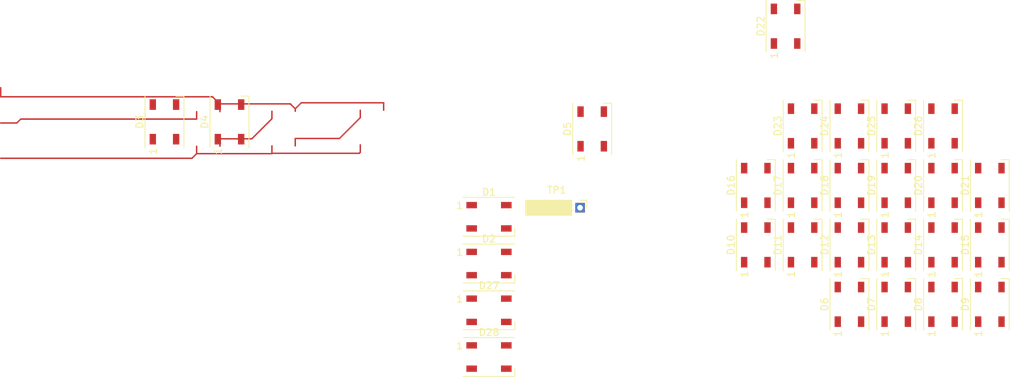
<source format=kicad_pcb>
(kicad_pcb (version 20240108) (generator "pcbnew") (generator_version "8.0")
  (layers (0 "F.Cu" signal) (31 "B.Cu" signal) (34 "B.Paste" user) (35 "F.Paste" user) (36 "B.SilkS" user "B.Silkscreen") (37 "F.SilkS" user "F.Silkscreen") (38 "B.Mask" user) (39 "F.Mask" user) (44 "Edge.Cuts" user))
  (net 0 "")
  (net 1 "+5V")
  (net 2 "Net-(D1-DIN)")
  (net 3 "GND")
  (net 4 "Net-(D1-DOUT)")
  (net 5 "Net-(D2-DOUT)")
  (net 6 "Net-(D3-DOUT)")
  (net 7 "Net-(D4-DOUT)")
  (net 8 "Net-(D5-DOUT)")
  (net 9 "Net-(D6-DOUT)")
  (net 10 "Net-(D7-DOUT)")
  (net 11 "Net-(D8-DOUT)")
  (net 12 "Net-(D10-DIN)")
  (net 13 "Net-(D10-DOUT)")
  (net 14 "Net-(D11-DOUT)")
  (net 15 "Net-(D12-DOUT)")
  (net 16 "Net-(D13-DOUT)")
  (net 17 "Net-(D14-DOUT)")
  (net 18 "Net-(D15-DOUT)")
  (net 19 "Net-(D16-DOUT)")
  (net 20 "Net-(D17-DOUT)")
  (net 21 "Net-(D18-DOUT)")
  (net 22 "Net-(D19-DOUT)")
  (net 23 "Net-(D20-DOUT)")
  (net 24 "Net-(D21-DOUT)")
  (net 25 "Net-(D22-DOUT)")
  (net 26 "Net-(D23-DOUT)")
  (net 27 "Net-(D24-DOUT)")
  (net 28 "Net-(D25-DOUT)")
  (net 30 "Net-(D28-DOUT)")
  (net 31 "Net-(D27-DOUT)")
  (footprint "LED_SMD:LED_WS2812B_PLCC4_5.0x5.0mm_P3.2mm" (layer "F.Cu") (at 127.55 96.73)
    (property "Reference" "D27" (at 0 -3.5 0) (layer "F.SilkS"))
    (property "Value" "WS2812B")
    (fp_line (start -3.65 -2.75) (end 3.65 -2.75) (stroke (width 0.12)) (layer "F.SilkS"))
    (fp_line (start -3.65 2.75) (end 3.65 2.75) (stroke (width 0.12)) (layer "F.SilkS"))
    (fp_line (start 3.65 2.75) (end 3.65 1.6) (stroke (width 0.12)) (layer "F.SilkS"))
    (fp_text user "1" (at -4.15 -1.6 0) (layer "F.SilkS"))
    (pad "1" smd rect (at -2.45 -1.65) (size 1.5 0.9) (layers "F.Cu" "F.Paste" "F.Mask") (net 1 "+5V"))
    (pad "2" smd rect (at -2.45 1.65) (size 1.5 0.9) (layers "F.Cu" "F.Paste" "F.Mask") (net 31 "Net-(D27-DOUT)"))
    (pad "3" smd rect (at 2.45 1.65) (size 1.5 0.9) (layers "F.Cu" "F.Paste" "F.Mask") (net 3 "GND"))
    (pad "4" smd rect (at 2.45 -1.65) (size 1.5 0.9) (layers "F.Cu" "F.Paste" "F.Mask") (net 5 "Net-(D2-DOUT)"))
  )
  (footprint "Connector_PinSocket_2.00mm:PinSocket_1x01_P2.00mm_Horizontal" (layer "F.Cu") (at 140.435 82.205)
    (property "Reference" "TP1" (at -3.31 -2.5 0) (layer "F.SilkS"))
    (property "Value" "TestPoint_Alt")
    (fp_line (start -7.68 -1.06) (end -7.68 1.06) (stroke (width 0.12)) (layer "F.SilkS"))
    (fp_line (start -7.68 -1.06) (end -1.21 -1.06) (stroke (width 0.12)) (layer "F.SilkS"))
    (fp_line (start -7.68 -0.94) (end -1.21 -0.94) (stroke (width 0.12)) (layer "F.SilkS"))
    (fp_line (start -7.68 -0.822353) (end -1.21 -0.822353) (stroke (width 0.12)) (layer "F.SilkS"))
    (fp_line (start -7.68 -0.704706) (end -1.21 -0.704706) (stroke (width 0.12)) (layer "F.SilkS"))
    (fp_line (start -7.68 -0.587059) (end -1.21 -0.587059) (stroke (width 0.12)) (layer "F.SilkS"))
    (fp_line (start -7.68 -0.469412) (end -1.21 -0.469412) (stroke (width 0.12)) (layer "F.SilkS"))
    (fp_line (start -7.68 -0.351765) (end -1.21 -0.351765) (stroke (width 0.12)) (layer "F.SilkS"))
    (fp_line (start -7.68 -0.234118) (end -1.21 -0.234118) (stroke (width 0.12)) (layer "F.SilkS"))
    (fp_line (start -7.68 -0.116471) (end -1.21 -0.116471) (stroke (width 0.12)) (layer "F.SilkS"))
    (fp_line (start -7.68 0.001176) (end -1.21 0.001176) (stroke (width 0.12)) (layer "F.SilkS"))
    (fp_line (start -7.68 0.118823) (end -1.21 0.118823) (stroke (width 0.12)) (layer "F.SilkS"))
    (fp_line (start -7.68 0.23647) (end -1.21 0.23647) (stroke (width 0.12)) (layer "F.SilkS"))
    (fp_line (start -7.68 0.354117) (end -1.21 0.354117) (stroke (width 0.12)) (layer "F.SilkS"))
    (fp_line (start -7.68 0.471764) (end -1.21 0.471764) (stroke (width 0.12)) (layer "F.SilkS"))
    (fp_line (start -7.68 0.589411) (end -1.21 0.589411) (stroke (width 0.12)) (layer "F.SilkS"))
    (fp_line (start -7.68 0.707058) (end -1.21 0.707058) (stroke (width 0.12)) (layer "F.SilkS"))
    (fp_line (start -7.68 0.824705) (end -1.21 0.824705) (stroke (width 0.12)) (layer "F.SilkS"))
    (fp_line (start -7.68 0.942352) (end -1.21 0.942352) (stroke (width 0.12)) (layer "F.SilkS"))
    (fp_line (start -7.68 1.06) (end -1.21 1.06) (stroke (width 0.12)) (layer "F.SilkS"))
    (fp_line (start -1.21 -1.06) (end -1.21 1.06) (stroke (width 0.12)) (layer "F.SilkS"))
    (fp_line (start -1.21 -0.36) (end -0.935 -0.36) (stroke (width 0.12)) (layer "F.SilkS"))
    (fp_line (start -1.21 0.36) (end -0.935 0.36) (stroke (width 0.12)) (layer "F.SilkS"))
    (fp_line (start 0 -1.06) (end 0.935 -1.06) (stroke (width 0.12)) (layer "F.SilkS"))
    (fp_line (start 0.935 -1.06) (end 0.935 0) (stroke (width 0.12)) (layer "F.SilkS"))
    (pad "1" thru_hole rect (at 0 0) (size 1.35 1.35) (drill 0.8) (layers "*.Cu" "*.Mask") (net 2 "Net-(D1-DIN)"))
  )
  (footprint "LED_SMD:LED_WS2812B_PLCC4_5.0x5.0mm_P3.2mm" (layer "F.Cu") (at 191.77 87.47 90)
    (property "Reference" "D14" (at 0 -3.5 90) (layer "F.SilkS"))
    (property "Value" "WS2812B")
    (fp_line (start -3.65 -2.75) (end 3.65 -2.75) (stroke (width 0.12)) (layer "F.SilkS"))
    (fp_line (start 3.65 2.75) (end 3.65 1.6) (stroke (width 0.12)) (layer "F.SilkS"))
    (fp_line (start -3.65 2.75) (end 3.65 2.75) (stroke (width 0.12)) (layer "F.SilkS"))
    (fp_text user "1" (at -4.15 -1.6 90) (layer "F.SilkS"))
    (pad "1" smd rect (at -2.45 -1.65 90) (size 1.5 0.9) (layers "F.Cu" "F.Paste" "F.Mask") (net 1 "+5V"))
    (pad "2" smd rect (at -2.45 1.65 90) (size 1.5 0.9) (layers "F.Cu" "F.Paste" "F.Mask") (net 17 "Net-(D14-DOUT)"))
    (pad "3" smd rect (at 2.45 1.65 90) (size 1.5 0.9) (layers "F.Cu" "F.Paste" "F.Mask") (net 3 "GND"))
    (pad "4" smd rect (at 2.45 -1.65 90) (size 1.5 0.9) (layers "F.Cu" "F.Paste" "F.Mask") (net 16 "Net-(D13-DOUT)"))
  )
  (footprint "LED_SMD:LED_WS2812B_PLCC4_5.0x5.0mm_P3.2mm" (layer "F.Cu") (at 191.77 79.05 90)
    (property "Reference" "D20" (at 0 -3.5 90) (layer "F.SilkS"))
    (property "Value" "WS2812B")
    (fp_line (start -3.65 -2.75) (end 3.65 -2.75) (stroke (width 0.12)) (layer "F.SilkS"))
    (fp_line (start 3.65 2.75) (end 3.65 1.6) (stroke (width 0.12)) (layer "F.SilkS"))
    (fp_line (start -3.65 2.75) (end 3.65 2.75) (stroke (width 0.12)) (layer "F.SilkS"))
    (fp_text user "1" (at -4.15 -1.6 90) (layer "F.SilkS"))
    (pad "1" smd rect (at -2.45 -1.65 90) (size 1.5 0.9) (layers "F.Cu" "F.Paste" "F.Mask") (net 1 "+5V"))
    (pad "2" smd rect (at -2.45 1.65 90) (size 1.5 0.9) (layers "F.Cu" "F.Paste" "F.Mask") (net 23 "Net-(D20-DOUT)"))
    (pad "3" smd rect (at 2.45 1.65 90) (size 1.5 0.9) (layers "F.Cu" "F.Paste" "F.Mask") (net 3 "GND"))
    (pad "4" smd rect (at 2.45 -1.65 90) (size 1.5 0.9) (layers "F.Cu" "F.Paste" "F.Mask") (net 22 "Net-(D19-DOUT)"))
  )
  (footprint "LED_SMD:LED_WS2812B_PLCC4_5.0x5.0mm_P3.2mm" (layer "F.Cu") (at 191.77 70.63 90)
    (property "Reference" "D26" (at 0 -3.5 90) (layer "F.SilkS"))
    (property "Value" "WS2812B")
    (fp_line (start -3.65 -2.75) (end 3.65 -2.75) (stroke (width 0.12)) (layer "F.SilkS"))
    (fp_line (start 3.65 2.75) (end 3.65 1.6) (stroke (width 0.12)) (layer "F.SilkS"))
    (fp_line (start -3.65 2.75) (end 3.65 2.75) (stroke (width 0.12)) (layer "F.SilkS"))
    (fp_text user "1" (at -4.15 -1.6 90) (layer "F.SilkS"))
    (pad "1" smd rect (at -2.45 -1.65 90) (size 1.5 0.9) (layers "F.Cu" "F.Paste" "F.Mask") (net 1 "+5V"))
    (pad "2" smd rect (at -2.45 1.65 90) (size 1.5 0.9) (layers "F.Cu" "F.Paste" "F.Mask"))
    (pad "3" smd rect (at 2.45 1.65 90) (size 1.5 0.9) (layers "F.Cu" "F.Paste" "F.Mask") (net 3 "GND"))
    (pad "4" smd rect (at 2.45 -1.65 90) (size 1.5 0.9) (layers "F.Cu" "F.Paste" "F.Mask") (net 28 "Net-(D25-DOUT)"))
  )
  (footprint "LED_SMD:LED_WS2812B_PLCC4_5.0x5.0mm_P3.2mm" (layer "F.Cu") (at 198.39 87.47 90)
    (property "Reference" "D15" (at 0 -3.5 90) (layer "F.SilkS"))
    (property "Value" "WS2812B")
    (fp_line (start -3.65 -2.75) (end 3.65 -2.75) (stroke (width 0.12)) (layer "F.SilkS"))
    (fp_line (start 3.65 2.75) (end 3.65 1.6) (stroke (width 0.12)) (layer "F.SilkS"))
    (fp_line (start -3.65 2.75) (end 3.65 2.75) (stroke (width 0.12)) (layer "F.SilkS"))
    (fp_text user "1" (at -4.15 -1.6 90) (layer "F.SilkS"))
    (pad "1" smd rect (at -2.45 -1.65 90) (size 1.5 0.9) (layers "F.Cu" "F.Paste" "F.Mask") (net 1 "+5V"))
    (pad "2" smd rect (at -2.45 1.65 90) (size 1.5 0.9) (layers "F.Cu" "F.Paste" "F.Mask") (net 18 "Net-(D15-DOUT)"))
    (pad "3" smd rect (at 2.45 1.65 90) (size 1.5 0.9) (layers "F.Cu" "F.Paste" "F.Mask") (net 3 "GND"))
    (pad "4" smd rect (at 2.45 -1.65 90) (size 1.5 0.9) (layers "F.Cu" "F.Paste" "F.Mask") (net 17 "Net-(D14-DOUT)"))
  )
  (footprint "LED_SMD:LED_WS2812B_PLCC4_5.0x5.0mm_P3.2mm" (layer "F.Cu") (at 198.39 79.05 90)
    (property "Reference" "D21" (at 0 -3.5 90) (layer "F.SilkS"))
    (property "Value" "WS2812B")
    (fp_line (start -3.65 -2.75) (end 3.65 -2.75) (stroke (width 0.12)) (layer "F.SilkS"))
    (fp_line (start 3.65 2.75) (end 3.65 1.6) (stroke (width 0.12)) (layer "F.SilkS"))
    (fp_line (start -3.65 2.75) (end 3.65 2.75) (stroke (width 0.12)) (layer "F.SilkS"))
    (fp_text user "1" (at -4.15 -1.6 90) (layer "F.SilkS"))
    (pad "1" smd rect (at -2.45 -1.65 90) (size 1.5 0.9) (layers "F.Cu" "F.Paste" "F.Mask") (net 1 "+5V"))
    (pad "2" smd rect (at -2.45 1.65 90) (size 1.5 0.9) (layers "F.Cu" "F.Paste" "F.Mask") (net 24 "Net-(D21-DOUT)"))
    (pad "3" smd rect (at 2.45 1.65 90) (size 1.5 0.9) (layers "F.Cu" "F.Paste" "F.Mask") (net 3 "GND"))
    (pad "4" smd rect (at 2.45 -1.65 90) (size 1.5 0.9) (layers "F.Cu" "F.Paste" "F.Mask") (net 23 "Net-(D20-DOUT)"))
  )
  (footprint "LED_SMD:LED_WS2812B_PLCC4_5.0x5.0mm_P3.2mm" (layer "F.Cu") (at 171.91 87.47 90)
    (property "Reference" "D11" (at 0 -3.5 90) (layer "F.SilkS"))
    (property "Value" "WS2812B")
    (fp_line (start -3.65 -2.75) (end 3.65 -2.75) (stroke (width 0.12)) (layer "F.SilkS"))
    (fp_line (start 3.65 2.75) (end 3.65 1.6) (stroke (width 0.12)) (layer "F.SilkS"))
    (fp_line (start -3.65 2.75) (end 3.65 2.75) (stroke (width 0.12)) (layer "F.SilkS"))
    (fp_text user "1" (at -4.15 -1.6 90) (layer "F.SilkS"))
    (pad "1" smd rect (at -2.45 -1.65 90) (size 1.5 0.9) (layers "F.Cu" "F.Paste" "F.Mask") (net 1 "+5V"))
    (pad "2" smd rect (at -2.45 1.65 90) (size 1.5 0.9) (layers "F.Cu" "F.Paste" "F.Mask") (net 14 "Net-(D11-DOUT)"))
    (pad "3" smd rect (at 2.45 1.65 90) (size 1.5 0.9) (layers "F.Cu" "F.Paste" "F.Mask") (net 3 "GND"))
    (pad "4" smd rect (at 2.45 -1.65 90) (size 1.5 0.9) (layers "F.Cu" "F.Paste" "F.Mask") (net 13 "Net-(D10-DOUT)"))
  )
  (footprint "LED_SMD:LED_WS2812B_PLCC4_5.0x5.0mm_P3.2mm" (layer "F.Cu") (at 171.91 70.63 90)
    (property "Reference" "D23" (at 0 -3.5 90) (layer "F.SilkS"))
    (property "Value" "WS2812B")
    (fp_line (start -3.65 -2.75) (end 3.65 -2.75) (stroke (width 0.12)) (layer "F.SilkS"))
    (fp_line (start 3.65 2.75) (end 3.65 1.6) (stroke (width 0.12)) (layer "F.SilkS"))
    (fp_line (start -3.65 2.75) (end 3.65 2.75) (stroke (width 0.12)) (layer "F.SilkS"))
    (fp_text user "1" (at -4.15 -1.6 90) (layer "F.SilkS"))
    (pad "1" smd rect (at -2.45 -1.65 90) (size 1.5 0.9) (layers "F.Cu" "F.Paste" "F.Mask") (net 1 "+5V"))
    (pad "2" smd rect (at -2.45 1.65 90) (size 1.5 0.9) (layers "F.Cu" "F.Paste" "F.Mask") (net 26 "Net-(D23-DOUT)"))
    (pad "3" smd rect (at 2.45 1.65 90) (size 1.5 0.9) (layers "F.Cu" "F.Paste" "F.Mask") (net 3 "GND"))
    (pad "4" smd rect (at 2.45 -1.65 90) (size 1.5 0.9) (layers "F.Cu" "F.Paste" "F.Mask") (net 25 "Net-(D22-DOUT)"))
  )
  (footprint "LED_SMD:LED_WS2812B_PLCC4_5.0x5.0mm_P3.2mm" (layer "F.Cu") (at 165.29 79.05 90)
    (property "Reference" "D16" (at 0 -3.5 90) (layer "F.SilkS"))
    (property "Value" "WS2812B")
    (fp_line (start -3.65 -2.75) (end 3.65 -2.75) (stroke (width 0.12)) (layer "F.SilkS"))
    (fp_line (start 3.65 2.75) (end 3.65 1.6) (stroke (width 0.12)) (layer "F.SilkS"))
    (fp_line (start -3.65 2.75) (end 3.65 2.75) (stroke (width 0.12)) (layer "F.SilkS"))
    (fp_text user "1" (at -4.15 -1.6 90) (layer "F.SilkS"))
    (pad "1" smd rect (at -2.45 -1.65 90) (size 1.5 0.9) (layers "F.Cu" "F.Paste" "F.Mask") (net 1 "+5V"))
    (pad "2" smd rect (at -2.45 1.65 90) (size 1.5 0.9) (layers "F.Cu" "F.Paste" "F.Mask") (net 19 "Net-(D16-DOUT)"))
    (pad "3" smd rect (at 2.45 1.65 90) (size 1.5 0.9) (layers "F.Cu" "F.Paste" "F.Mask") (net 3 "GND"))
    (pad "4" smd rect (at 2.45 -1.65 90) (size 1.5 0.9) (layers "F.Cu" "F.Paste" "F.Mask") (net 18 "Net-(D15-DOUT)"))
  )
  (footprint "LED_SMD:LED_WS2812B_PLCC4_5.0x5.0mm_P3.2mm" (layer "F.Cu") (at 81.65 70.05 90)
    (property "Reference" "D3" (at 0 -3.5 90) (layer "F.SilkS"))
    (property "Value" "WS2812B")
    (fp_line (start -3.65 -2.75) (end 3.65 -2.75) (stroke (width 0.12)) (layer "F.SilkS"))
    (fp_line (start 3.65 2.75) (end 3.65 1.6) (stroke (width 0.12)) (layer "F.SilkS"))
    (fp_line (start -3.65 2.75) (end 3.65 2.75) (stroke (width 0.12)) (layer "F.SilkS"))
    (fp_text user "1" (at -4.15 -1.6 90) (layer "F.SilkS"))
    (pad "1" smd rect (at -2.45 -1.65 90) (size 1.5 0.9) (layers "F.Cu" "F.Paste" "F.Mask") (net 1 "+5V"))
    (pad "2" smd rect (at -2.45 1.65 90) (size 1.5 0.9) (layers "F.Cu" "F.Paste" "F.Mask") (net 6 "Net-(D3-DOUT)"))
    (pad "3" smd rect (at 2.45 1.65 90) (size 1.5 0.9) (layers "F.Cu" "F.Paste" "F.Mask") (net 3 "GND"))
    (pad "4" smd rect (at 2.45 -1.65 90) (size 1.5 0.9) (layers "F.Cu" "F.Paste" "F.Mask") (net 30 "Net-(D28-DOUT)"))
  )
  (footprint "LED_SMD:LED_WS2812B_PLCC4_5.0x5.0mm_P3.2mm" (layer "F.Cu") (at 178.53 70.63 90)
    (property "Reference" "D24" (at 0 -3.5 90) (layer "F.SilkS"))
    (property "Value" "WS2812B")
    (fp_line (start -3.65 -2.75) (end 3.65 -2.75) (stroke (width 0.12)) (layer "F.SilkS"))
    (fp_line (start 3.65 2.75) (end 3.65 1.6) (stroke (width 0.12)) (layer "F.SilkS"))
    (fp_line (start -3.65 2.75) (end 3.65 2.75) (stroke (width 0.12)) (layer "F.SilkS"))
    (fp_text user "1" (at -4.15 -1.6 90) (layer "F.SilkS"))
    (pad "1" smd rect (at -2.45 -1.65 90) (size 1.5 0.9) (layers "F.Cu" "F.Paste" "F.Mask") (net 1 "+5V"))
    (pad "2" smd rect (at -2.45 1.65 90) (size 1.5 0.9) (layers "F.Cu" "F.Paste" "F.Mask") (net 27 "Net-(D24-DOUT)"))
    (pad "3" smd rect (at 2.45 1.65 90) (size 1.5 0.9) (layers "F.Cu" "F.Paste" "F.Mask") (net 3 "GND"))
    (pad "4" smd rect (at 2.45 -1.65 90) (size 1.5 0.9) (layers "F.Cu" "F.Paste" "F.Mask") (net 26 "Net-(D23-DOUT)"))
  )
  (footprint "LED_SMD:LED_WS2812B_PLCC4_5.0x5.0mm_P3.2mm" (layer "F.Cu") (at 127.55 83.49)
    (property "Reference" "D1" (at 0 -3.5 0) (layer "F.SilkS"))
    (property "Value" "WS2812B")
    (fp_line (start -3.65 -2.75) (end 3.65 -2.75) (stroke (width 0.12)) (layer "F.SilkS"))
    (fp_line (start -3.65 2.75) (end 3.65 2.75) (stroke (width 0.12)) (layer "F.SilkS"))
    (fp_line (start 3.65 2.75) (end 3.65 1.6) (stroke (width 0.12)) (layer "F.SilkS"))
    (fp_text user "1" (at -4.15 -1.6 0) (layer "F.SilkS"))
    (pad "1" smd rect (at -2.45 -1.65) (size 1.5 0.9) (layers "F.Cu" "F.Paste" "F.Mask") (net 1 "+5V"))
    (pad "2" smd rect (at -2.45 1.65) (size 1.5 0.9) (layers "F.Cu" "F.Paste" "F.Mask") (net 4 "Net-(D1-DOUT)"))
    (pad "3" smd rect (at 2.45 1.65) (size 1.5 0.9) (layers "F.Cu" "F.Paste" "F.Mask") (net 3 "GND"))
    (pad "4" smd rect (at 2.45 -1.65) (size 1.5 0.9) (layers "F.Cu" "F.Paste" "F.Mask") (net 2 "Net-(D1-DIN)"))
  )
  (footprint "LED_SMD:LED_WS2812B_PLCC4_5.0x5.0mm_P3.2mm" (layer "F.Cu") (at 169.5 56.5 90)
    (property "Reference" "D22" (at 0 -3.5 90) (layer "F.SilkS"))
    (property "Value" "WS2812B")
    (fp_line (start -3.65 -2.75) (end 3.65 -2.75) (stroke (width 0.12)) (layer "F.SilkS"))
    (fp_line (start 3.65 2.75) (end 3.65 1.6) (stroke (width 0.12)) (layer "F.SilkS"))
    (fp_line (start -3.65 2.75) (end 3.65 2.75) (stroke (width 0.12)) (layer "F.SilkS"))
    (fp_text user "1" (at -4.15 -1.6 90) (layer "F.SilkS"))
    (pad "1" smd rect (at -2.45 -1.65 90) (size 1.5 0.9) (layers "F.Cu" "F.Paste" "F.Mask") (net 1 "+5V"))
    (pad "2" smd rect (at -2.45 1.65 90) (size 1.5 0.9) (layers "F.Cu" "F.Paste" "F.Mask") (net 25 "Net-(D22-DOUT)"))
    (pad "3" smd rect (at 2.45 1.65 90) (size 1.5 0.9) (layers "F.Cu" "F.Paste" "F.Mask") (net 3 "GND"))
    (pad "4" smd rect (at 2.45 -1.65 90) (size 1.5 0.9) (layers "F.Cu" "F.Paste" "F.Mask") (net 24 "Net-(D21-DOUT)"))
  )
  (footprint "LED_SMD:LED_WS2812B_PLCC4_5.0x5.0mm_P3.2mm" (layer "F.Cu") (at 185.15 87.47 90)
    (property "Reference" "D13" (at 0 -3.5 90) (layer "F.SilkS"))
    (property "Value" "WS2812B")
    (fp_line (start -3.65 -2.75) (end 3.65 -2.75) (stroke (width 0.12)) (layer "F.SilkS"))
    (fp_line (start 3.65 2.75) (end 3.65 1.6) (stroke (width 0.12)) (layer "F.SilkS"))
    (fp_line (start -3.65 2.75) (end 3.65 2.75) (stroke (width 0.12)) (layer "F.SilkS"))
    (fp_text user "1" (at -4.15 -1.6 90) (layer "F.SilkS"))
    (pad "1" smd rect (at -2.45 -1.65 90) (size 1.5 0.9) (layers "F.Cu" "F.Paste" "F.Mask") (net 1 "+5V"))
    (pad "2" smd rect (at -2.45 1.65 90) (size 1.5 0.9) (layers "F.Cu" "F.Paste" "F.Mask") (net 16 "Net-(D13-DOUT)"))
    (pad "3" smd rect (at 2.45 1.65 90) (size 1.5 0.9) (layers "F.Cu" "F.Paste" "F.Mask") (net 3 "GND"))
    (pad "4" smd rect (at 2.45 -1.65 90) (size 1.5 0.9) (layers "F.Cu" "F.Paste" "F.Mask") (net 15 "Net-(D12-DOUT)"))
  )
  (footprint "LED_SMD:LED_WS2812B_PLCC4_5.0x5.0mm_P3.2mm" (layer "F.Cu") (at 185.15 95.89 90)
    (property "Reference" "D7" (at 0 -3.5 90) (layer "F.SilkS"))
    (property "Value" "WS2812B")
    (fp_line (start -3.65 -2.75) (end 3.65 -2.75) (stroke (width 0.12)) (layer "F.SilkS"))
    (fp_line (start 3.65 2.75) (end 3.65 1.6) (stroke (width 0.12)) (layer "F.SilkS"))
    (fp_line (start -3.65 2.75) (end 3.65 2.75) (stroke (width 0.12)) (layer "F.SilkS"))
    (fp_text user "1" (at -4.15 -1.6 90) (layer "F.SilkS"))
    (pad "1" smd rect (at -2.45 -1.65 90) (size 1.5 0.9) (layers "F.Cu" "F.Paste" "F.Mask") (net 1 "+5V"))
    (pad "2" smd rect (at -2.45 1.65 90) (size 1.5 0.9) (layers "F.Cu" "F.Paste" "F.Mask") (net 10 "Net-(D7-DOUT)"))
    (pad "3" smd rect (at 2.45 1.65 90) (size 1.5 0.9) (layers "F.Cu" "F.Paste" "F.Mask") (net 3 "GND"))
    (pad "4" smd rect (at 2.45 -1.65 90) (size 1.5 0.9) (layers "F.Cu" "F.Paste" "F.Mask") (net 9 "Net-(D6-DOUT)"))
  )
  (footprint "LED_SMD:LED_WS2812B_PLCC4_5.0x5.0mm_P3.2mm" (layer "F.Cu") (at 90.85 70.05 90)
    (property "Reference" "D4" (at 0 -3.5 90) (layer "F.SilkS"))
    (property "Value" "WS2812B")
    (fp_line (start -3.65 -2.75) (end 3.65 -2.75) (stroke (width 0.12)) (layer "F.SilkS"))
    (fp_line (start 3.65 2.75) (end 3.65 1.6) (stroke (width 0.12)) (layer "F.SilkS"))
    (fp_line (start -3.65 2.75) (end 3.65 2.75) (stroke (width 0.12)) (layer "F.SilkS"))
    (fp_text user "1" (at -4.15 -1.6 90) (layer "F.SilkS"))
    (pad "1" smd rect (at -2.45 -1.65 90) (size 1.5 0.9) (layers "F.Cu" "F.Paste" "F.Mask") (net 1 "+5V"))
    (pad "2" smd rect (at -2.45 1.65 90) (size 1.5 0.9) (layers "F.Cu" "F.Paste" "F.Mask") (net 7 "Net-(D4-DOUT)"))
    (pad "3" smd rect (at 2.45 1.65 90) (size 1.5 0.9) (layers "F.Cu" "F.Paste" "F.Mask") (net 3 "GND"))
    (pad "4" smd rect (at 2.45 -1.65 90) (size 1.5 0.9) (layers "F.Cu" "F.Paste" "F.Mask") (net 6 "Net-(D3-DOUT)"))
  )
  (footprint "LED_SMD:LED_WS2812B_PLCC4_5.0x5.0mm_P3.2mm" (layer "F.Cu") (at 198.39 95.89 90)
    (property "Reference" "D9" (at 0 -3.5 90) (layer "F.SilkS"))
    (property "Value" "WS2812B")
    (fp_line (start -3.65 -2.75) (end 3.65 -2.75) (stroke (width 0.12)) (layer "F.SilkS"))
    (fp_line (start 3.65 2.75) (end 3.65 1.6) (stroke (width 0.12)) (layer "F.SilkS"))
    (fp_line (start -3.65 2.75) (end 3.65 2.75) (stroke (width 0.12)) (layer "F.SilkS"))
    (fp_text user "1" (at -4.15 -1.6 90) (layer "F.SilkS"))
    (pad "1" smd rect (at -2.45 -1.65 90) (size 1.5 0.9) (layers "F.Cu" "F.Paste" "F.Mask") (net 1 "+5V"))
    (pad "2" smd rect (at -2.45 1.65 90) (size 1.5 0.9) (layers "F.Cu" "F.Paste" "F.Mask") (net 12 "Net-(D10-DIN)"))
    (pad "3" smd rect (at 2.45 1.65 90) (size 1.5 0.9) (layers "F.Cu" "F.Paste" "F.Mask") (net 3 "GND"))
    (pad "4" smd rect (at 2.45 -1.65 90) (size 1.5 0.9) (layers "F.Cu" "F.Paste" "F.Mask") (net 11 "Net-(D8-DOUT)"))
  )
  (footprint "LED_SMD:LED_WS2812B_PLCC4_5.0x5.0mm_P3.2mm" (layer "F.Cu") (at 178.53 95.89 90)
    (property "Reference" "D6" (at 0 -3.5 90) (layer "F.SilkS"))
    (property "Value" "WS2812B")
    (fp_line (start -3.65 -2.75) (end 3.65 -2.75) (stroke (width 0.12)) (layer "F.SilkS"))
    (fp_line (start 3.65 2.75) (end 3.65 1.6) (stroke (width 0.12)) (layer "F.SilkS"))
    (fp_line (start -3.65 2.75) (end 3.65 2.75) (stroke (width 0.12)) (layer "F.SilkS"))
    (fp_text user "1" (at -4.15 -1.6 90) (layer "F.SilkS"))
    (pad "1" smd rect (at -2.45 -1.65 90) (size 1.5 0.9) (layers "F.Cu" "F.Paste" "F.Mask") (net 1 "+5V"))
    (pad "2" smd rect (at -2.45 1.65 90) (size 1.5 0.9) (layers "F.Cu" "F.Paste" "F.Mask") (net 9 "Net-(D6-DOUT)"))
    (pad "3" smd rect (at 2.45 1.65 90) (size 1.5 0.9) (layers "F.Cu" "F.Paste" "F.Mask") (net 3 "GND"))
    (pad "4" smd rect (at 2.45 -1.65 90) (size 1.5 0.9) (layers "F.Cu" "F.Paste" "F.Mask") (net 8 "Net-(D5-DOUT)"))
  )
  (footprint "LED_SMD:LED_WS2812B_PLCC4_5.0x5.0mm_P3.2mm" (layer "F.Cu") (at 127.55 103.35)
    (property "Reference" "D28" (at 0 -3.5 0) (layer "F.SilkS"))
    (property "Value" "WS2812B")
    (fp_line (start -3.65 -2.75) (end 3.65 -2.75) (stroke (width 0.12)) (layer "F.SilkS"))
    (fp_line (start -3.65 2.75) (end 3.65 2.75) (stroke (width 0.12)) (layer "F.SilkS"))
    (fp_line (start 3.65 2.75) (end 3.65 1.6) (stroke (width 0.12)) (layer "F.SilkS"))
    (fp_text user "1" (at -4.15 -1.6 0) (layer "F.SilkS"))
    (pad "1" smd rect (at -2.45 -1.65) (size 1.5 0.9) (layers "F.Cu" "F.Paste" "F.Mask") (net 1 "+5V"))
    (pad "2" smd rect (at -2.45 1.65) (size 1.5 0.9) (layers "F.Cu" "F.Paste" "F.Mask") (net 30 "Net-(D28-DOUT)"))
    (pad "3" smd rect (at 2.45 1.65) (size 1.5 0.9) (layers "F.Cu" "F.Paste" "F.Mask") (net 3 "GND"))
    (pad "4" smd rect (at 2.45 -1.65) (size 1.5 0.9) (layers "F.Cu" "F.Paste" "F.Mask") (net 31 "Net-(D27-DOUT)"))
  )
  (footprint "LED_SMD:LED_WS2812B_PLCC4_5.0x5.0mm_P3.2mm" (layer "F.Cu") (at 165.29 87.47 90)
    (property "Reference" "D10" (at 0 -3.5 90) (layer "F.SilkS"))
    (property "Value" "WS2812B")
    (fp_line (start -3.65 -2.75) (end 3.65 -2.75) (stroke (width 0.12)) (layer "F.SilkS"))
    (fp_line (start 3.65 2.75) (end 3.65 1.6) (stroke (width 0.12)) (layer "F.SilkS"))
    (fp_line (start -3.65 2.75) (end 3.65 2.75) (stroke (width 0.12)) (layer "F.SilkS"))
    (fp_text user "1" (at -4.15 -1.6 90) (layer "F.SilkS"))
    (pad "1" smd rect (at -2.45 -1.65 90) (size 1.5 0.9) (layers "F.Cu" "F.Paste" "F.Mask") (net 1 "+5V"))
    (pad "2" smd rect (at -2.45 1.65 90) (size 1.5 0.9) (layers "F.Cu" "F.Paste" "F.Mask") (net 13 "Net-(D10-DOUT)"))
    (pad "3" smd rect (at 2.45 1.65 90) (size 1.5 0.9) (layers "F.Cu" "F.Paste" "F.Mask") (net 3 "GND"))
    (pad "4" smd rect (at 2.45 -1.65 90) (size 1.5 0.9) (layers "F.Cu" "F.Paste" "F.Mask") (net 12 "Net-(D10-DIN)"))
  )
  (footprint "LED_SMD:LED_WS2812B_PLCC4_5.0x5.0mm_P3.2mm" (layer "F.Cu") (at 191.77 95.89 90)
    (property "Reference" "D8" (at 0 -3.5 90) (layer "F.SilkS"))
    (property "Value" "WS2812B")
    (fp_line (start -3.65 -2.75) (end 3.65 -2.75) (stroke (width 0.12)) (layer "F.SilkS"))
    (fp_line (start 3.65 2.75) (end 3.65 1.6) (stroke (width 0.12)) (layer "F.SilkS"))
    (fp_line (start -3.65 2.75) (end 3.65 2.75) (stroke (width 0.12)) (layer "F.SilkS"))
    (fp_text user "1" (at -4.15 -1.6 90) (layer "F.SilkS"))
    (pad "1" smd rect (at -2.45 -1.65 90) (size 1.5 0.9) (layers "F.Cu" "F.Paste" "F.Mask") (net 1 "+5V"))
    (pad "2" smd rect (at -2.45 1.65 90) (size 1.5 0.9) (layers "F.Cu" "F.Paste" "F.Mask") (net 11 "Net-(D8-DOUT)"))
    (pad "3" smd rect (at 2.45 1.65 90) (size 1.5 0.9) (layers "F.Cu" "F.Paste" "F.Mask") (net 3 "GND"))
    (pad "4" smd rect (at 2.45 -1.65 90) (size 1.5 0.9) (layers "F.Cu" "F.Paste" "F.Mask") (net 10 "Net-(D7-DOUT)"))
  )
  (footprint "LED_SMD:LED_WS2812B_PLCC4_5.0x5.0mm_P3.2mm" (layer "F.Cu") (at 185.15 70.63 90)
    (property "Reference" "D25" (at 0 -3.5 90) (layer "F.SilkS"))
    (property "Value" "WS2812B")
    (fp_line (start -3.65 -2.75) (end 3.65 -2.75) (stroke (width 0.12)) (layer "F.SilkS"))
    (fp_line (start 3.65 2.75) (end 3.65 1.6) (stroke (width 0.12)) (layer "F.SilkS"))
    (fp_line (start -3.65 2.75) (end 3.65 2.75) (stroke (width 0.12)) (layer "F.SilkS"))
    (fp_text user "1" (at -4.15 -1.6 90) (layer "F.SilkS"))
    (pad "1" smd rect (at -2.45 -1.65 90) (size 1.5 0.9) (layers "F.Cu" "F.Paste" "F.Mask") (net 1 "+5V"))
    (pad "2" smd rect (at -2.45 1.65 90) (size 1.5 0.9) (layers "F.Cu" "F.Paste" "F.Mask") (net 28 "Net-(D25-DOUT)"))
    (pad "3" smd rect (at 2.45 1.65 90) (size 1.5 0.9) (layers "F.Cu" "F.Paste" "F.Mask") (net 3 "GND"))
    (pad "4" smd rect (at 2.45 -1.65 90) (size 1.5 0.9) (layers "F.Cu" "F.Paste" "F.Mask") (net 27 "Net-(D24-DOUT)"))
  )
  (footprint "LED_SMD:LED_WS2812B_PLCC4_5.0x5.0mm_P3.2mm" (layer "F.Cu") (at 178.53 79.05 90)
    (property "Reference" "D18" (at 0 -3.5 90) (layer "F.SilkS"))
    (property "Value" "WS2812B")
    (fp_line (start -3.65 -2.75) (end 3.65 -2.75) (stroke (width 0.12)) (layer "F.SilkS"))
    (fp_line (start 3.65 2.75) (end 3.65 1.6) (stroke (width 0.12)) (layer "F.SilkS"))
    (fp_line (start -3.65 2.75) (end 3.65 2.75) (stroke (width 0.12)) (layer "F.SilkS"))
    (fp_text user "1" (at -4.15 -1.6 90) (layer "F.SilkS"))
    (pad "1" smd rect (at -2.45 -1.65 90) (size 1.5 0.9) (layers "F.Cu" "F.Paste" "F.Mask") (net 1 "+5V"))
    (pad "2" smd rect (at -2.45 1.65 90) (size 1.5 0.9) (layers "F.Cu" "F.Paste" "F.Mask") (net 21 "Net-(D18-DOUT)"))
    (pad "3" smd rect (at 2.45 1.65 90) (size 1.5 0.9) (layers "F.Cu" "F.Paste" "F.Mask") (net 3 "GND"))
    (pad "4" smd rect (at 2.45 -1.65 90) (size 1.5 0.9) (layers "F.Cu" "F.Paste" "F.Mask") (net 20 "Net-(D17-DOUT)"))
  )
  (footprint "LED_SMD:LED_WS2812B_PLCC4_5.0x5.0mm_P3.2mm" (layer "F.Cu") (at 178.53 87.47 90)
    (property "Reference" "D12" (at 0 -3.5 90) (layer "F.SilkS"))
    (property "Value" "WS2812B")
    (fp_line (start -3.65 -2.75) (end 3.65 -2.75) (stroke (width 0.12)) (layer "F.SilkS"))
    (fp_line (start 3.65 2.75) (end 3.65 1.6) (stroke (width 0.12)) (layer "F.SilkS"))
    (fp_line (start -3.65 2.75) (end 3.65 2.75) (stroke (width 0.12)) (layer "F.SilkS"))
    (fp_text user "1" (at -4.15 -1.6 90) (layer "F.SilkS"))
    (pad "1" smd rect (at -2.45 -1.65 90) (size 1.5 0.9) (layers "F.Cu" "F.Paste" "F.Mask") (net 1 "+5V"))
    (pad "2" smd rect (at -2.45 1.65 90) (size 1.5 0.9) (layers "F.Cu" "F.Paste" "F.Mask") (net 15 "Net-(D12-DOUT)"))
    (pad "3" smd rect (at 2.45 1.65 90) (size 1.5 0.9) (layers "F.Cu" "F.Paste" "F.Mask") (net 3 "GND"))
    (pad "4" smd rect (at 2.45 -1.65 90) (size 1.5 0.9) (layers "F.Cu" "F.Paste" "F.Mask") (net 14 "Net-(D11-DOUT)"))
  )
  (footprint "LED_SMD:LED_WS2812B_PLCC4_5.0x5.0mm_P3.2mm" (layer "F.Cu") (at 142.15 71.05 90)
    (property "Reference" "D5" (at 0 -3.5 90) (layer "F.SilkS"))
    (property "Value" "WS2812B")
    (fp_line (start -3.65 -2.75) (end 3.65 -2.75) (stroke (width 0.12)) (layer "F.SilkS"))
    (fp_line (start 3.65 2.75) (end 3.65 1.6) (stroke (width 0.12)) (layer "F.SilkS"))
    (fp_line (start -3.65 2.75) (end 3.65 2.75) (stroke (width 0.12)) (layer "F.SilkS"))
    (fp_text user "1" (at -4.15 -1.6 90) (layer "F.SilkS"))
    (pad "1" smd rect (at -2.45 -1.65 90) (size 1.5 0.9) (layers "F.Cu" "F.Paste" "F.Mask") (net 1 "+5V"))
    (pad "2" smd rect (at -2.45 1.65 90) (size 1.5 0.9) (layers "F.Cu" "F.Paste" "F.Mask") (net 8 "Net-(D5-DOUT)"))
    (pad "3" smd rect (at 2.45 1.65 90) (size 1.5 0.9) (layers "F.Cu" "F.Paste" "F.Mask") (net 3 "GND"))
    (pad "4" smd rect (at 2.45 -1.65 90) (size 1.5 0.9) (layers "F.Cu" "F.Paste" "F.Mask") (net 7 "Net-(D4-DOUT)"))
  )
  (footprint "LED_SMD:LED_WS2812B_PLCC4_5.0x5.0mm_P3.2mm" (layer "F.Cu") (at 185.15 79.05 90)
    (property "Reference" "D19" (at 0 -3.5 90) (layer "F.SilkS"))
    (property "Value" "WS2812B")
    (fp_line (start -3.65 -2.75) (end 3.65 -2.75) (stroke (width 0.12)) (layer "F.SilkS"))
    (fp_line (start 3.65 2.75) (end 3.65 1.6) (stroke (width 0.12)) (layer "F.SilkS"))
    (fp_line (start -3.65 2.75) (end 3.65 2.75) (stroke (width 0.12)) (layer "F.SilkS"))
    (fp_text user "1" (at -4.15 -1.6 90) (layer "F.SilkS"))
    (pad "1" smd rect (at -2.45 -1.65 90) (size 1.5 0.9) (layers "F.Cu" "F.Paste" "F.Mask") (net 1 "+5V"))
    (pad "2" smd rect (at -2.45 1.65 90) (size 1.5 0.9) (layers "F.Cu" "F.Paste" "F.Mask") (net 22 "Net-(D19-DOUT)"))
    (pad "3" smd rect (at 2.45 1.65 90) (size 1.5 0.9) (layers "F.Cu" "F.Paste" "F.Mask") (net 3 "GND"))
    (pad "4" smd rect (at 2.45 -1.65 90) (size 1.5 0.9) (layers "F.Cu" "F.Paste" "F.Mask") (net 21 "Net-(D18-DOUT)"))
  )
  (footprint "LED_SMD:LED_WS2812B_PLCC4_5.0x5.0mm_P3.2mm" (layer "F.Cu") (at 171.91 79.05 90)
    (property "Reference" "D17" (at 0 -3.5 90) (layer "F.SilkS"))
    (property "Value" "WS2812B")
    (fp_line (start -3.65 -2.75) (end 3.65 -2.75) (stroke (width 0.12)) (layer "F.SilkS"))
    (fp_line (start 3.65 2.75) (end 3.65 1.6) (stroke (width 0.12)) (layer "F.SilkS"))
    (fp_line (start -3.65 2.75) (end 3.65 2.75) (stroke (width 0.12)) (layer "F.SilkS"))
    (fp_text user "1" (at -4.15 -1.6 90) (layer "F.SilkS"))
    (pad "1" smd rect (at -2.45 -1.65 90) (size 1.5 0.9) (layers "F.Cu" "F.Paste" "F.Mask") (net 1 "+5V"))
    (pad "2" smd rect (at -2.45 1.65 90) (size 1.5 0.9) (layers "F.Cu" "F.Paste" "F.Mask") (net 20 "Net-(D17-DOUT)"))
    (pad "3" smd rect (at 2.45 1.65 90) (size 1.5 0.9) (layers "F.Cu" "F.Paste" "F.Mask") (net 3 "GND"))
    (pad "4" smd rect (at 2.45 -1.65 90) (size 1.5 0.9) (layers "F.Cu" "F.Paste" "F.Mask") (net 19 "Net-(D16-DOUT)"))
  )
  (footprint "LED_SMD:LED_WS2812B_PLCC4_5.0x5.0mm_P3.2mm" (layer "F.Cu") (at 127.55 90.11)
    (property "Reference" "D2" (at 0 -3.5 0) (layer "F.SilkS"))
    (property "Value" "WS2812B")
    (fp_line (start -3.65 -2.75) (end 3.65 -2.75) (stroke (width 0.12)) (layer "F.SilkS"))
    (fp_line (start -3.65 2.75) (end 3.65 2.75) (stroke (width 0.12)) (layer "F.SilkS"))
    (fp_line (start 3.65 2.75) (end 3.65 1.6) (stroke (width 0.12)) (layer "F.SilkS"))
    (fp_text user "1" (at -4.15 -1.6 0) (layer "F.SilkS"))
    (pad "1" smd rect (at -2.45 -1.65) (size 1.5 0.9) (layers "F.Cu" "F.Paste" "F.Mask") (net 1 "+5V"))
    (pad "2" smd rect (at -2.45 1.65) (size 1.5 0.9) (layers "F.Cu" "F.Paste" "F.Mask") (net 5 "Net-(D2-DOUT)"))
    (pad "3" smd rect (at 2.45 1.65) (size 1.5 0.9) (layers "F.Cu" "F.Paste" "F.Mask") (net 3 "GND"))
    (pad "4" smd rect (at 2.45 -1.65) (size 1.5 0.9) (layers "F.Cu" "F.Paste" "F.Mask") (net 4 "Net-(D1-DOUT)"))
  )
  (segment (start 96.85 73.45) (end 96.85 74.5017) (width 0.2) (layer "F.Cu") (net 1))
  (segment (start 86.2 73.5) (end 86.2 74.5517) (width 0.2) (layer "F.Cu") (net 1))
  (segment (start 96.85 74.5017) (end 96.8 74.5517) (width 0.2) (layer "F.Cu") (net 1))
  (segment (start 85.5467 75.205) (end 86.2 74.5517) (width 0.2) (layer "F.Cu") (net 1))
  (segment (start 96.8 74.5517) (end 86.2 74.5517) (width 0.2) (layer "F.Cu") (net 1))
  (segment (start 109.2 74.5017) (end 96.85 74.5017) (width 0.2) (layer "F.Cu") (net 1))
  (segment (start 58.49 75.205) (end 85.5467 75.205) (width 0.2) (layer "F.Cu") (net 1))
  (segment (start 109.35 74.3517) (end 109.2 74.5017) (width 0.2) (layer "F.Cu") (net 1))
  (segment (start 109.35 73.3) (end 109.35 74.3517) (width 0.2) (layer "F.Cu") (net 1))
  (segment (start 86.2 69.6517) (end 86.2 68.6) (width 0.2) (layer "F.Cu") (net 2))
  (segment (start 58.49 70.205) (end 60.7717 70.205) (width 0.2) (layer "F.Cu") (net 2))
  (segment (start 60.7717 70.205) (end 61.325 69.6517) (width 0.2) (layer "F.Cu") (net 2))
  (segment (start 61.325 69.6517) (end 86.2 69.6517) (width 0.2) (layer "F.Cu") (net 2))
  (segment (start 89.5 68.6) (end 89.5 67.5483) (width 0.2) (layer "F.Cu") (net 3))
  (segment (start 100.15 68.1987) (end 100.15 68.55) (width 0.2) (layer "F.Cu") (net 3))
  (segment (start 112.65 67.3483) (end 101 67.3483) (width 0.2) (layer "F.Cu") (net 3))
  (segment (start 99.5 67.5483) (end 99.5 67.5487) (width 0.2) (layer "F.Cu") (net 3))
  (segment (start 112.65 68.4) (end 112.65 67.3483) (width 0.2) (layer "F.Cu") (net 3))
  (segment (start 99.5 67.5487) (end 99.5 67.5491) (width 0.2) (layer "F.Cu") (net 3))
  (segment (start 99.45 67.4983) (end 99.5 67.5483) (width 0.2) (layer "F.Cu") (net 3))
  (segment (start 58.49 66.4967) (end 88.4484 66.4967) (width 0.2) (layer "F.Cu") (net 3))
  (segment (start 58.49 65.205) (end 58.49 66.4967) (width 0.2) (layer "F.Cu") (net 3))
  (segment (start 89.55 67.4983) (end 99.45 67.4983) (width 0.2) (layer "F.Cu") (net 3))
  (segment (start 101 67.3483) (end 100.15 68.1987) (width 0.2) (layer "F.Cu") (net 3))
  (segment (start 89.5 67.5483) (end 89.55 67.4983) (width 0.2) (layer "F.Cu") (net 3))
  (segment (start 99.5 67.5487) (end 100.15 68.1987) (width 0.2) (layer "F.Cu") (net 3))
  (segment (start 88.4484 66.4967) (end 89.5 67.5483) (width 0.2) (layer "F.Cu") (net 3))
  (segment (start 89.5 72.4483) (end 89.5 73.5) (width 0.2) (layer "F.Cu") (net 4))
  (segment (start 96.85 69.6017) (end 94.0034 72.4483) (width 0.2) (layer "F.Cu") (net 4))
  (segment (start 94.0034 72.4483) (end 89.5 72.4483) (width 0.2) (layer "F.Cu") (net 4))
  (segment (start 96.85 68.55) (end 96.85 69.6017) (width 0.2) (layer "F.Cu") (net 4))
  (segment (start 109.35 69.4517) (end 106.403 72.3983) (width 0.2) (layer "F.Cu") (net 5))
  (segment (start 100.15 72.3983) (end 100.15 73.45) (width 0.2) (layer "F.Cu") (net 5))
  (segment (start 106.403 72.3983) (end 100.15 72.3983) (width 0.2) (layer "F.Cu") (net 5))
  (segment (start 109.35 68.4) (end 109.35 69.4517) (width 0.2) (layer "F.Cu") (net 5))
)
</source>
